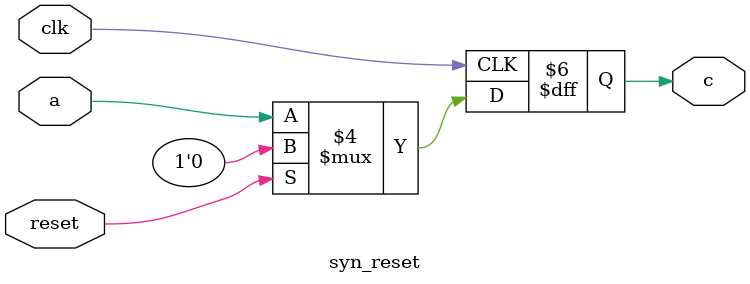
<source format=v>
module syn_reset (clk,reset,a,c);
   input clk;
   input reset;
   input a; 
   output c; 

   wire clk;
   wire reset;   
   wire a;   
   reg c;
  
always @ (posedge clk )
  if ( reset == 1'b1) begin
    c <= 0;
  end else begin
    c <= a;
  end
 
endmodule 

</source>
